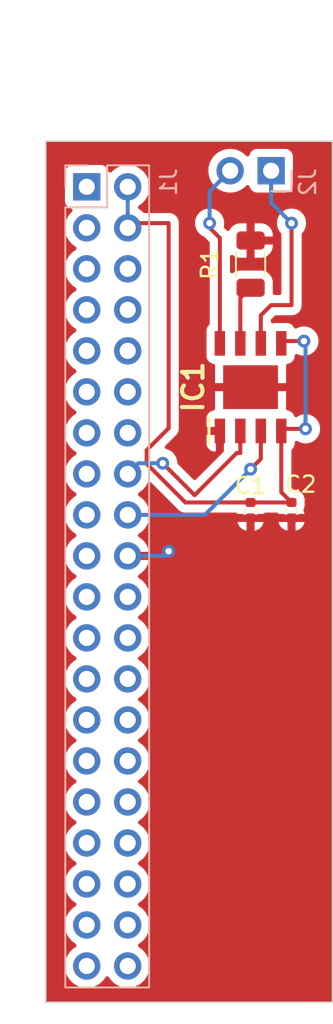
<source format=kicad_pcb>
(kicad_pcb (version 20221018) (generator pcbnew)
  (layers (0 "F.Cu" signal) (31 "B.Cu" signal) (34 "B.Paste" user) (35 "F.Paste" user) (36 "B.SilkS" user "B.Silkscreen") (37 "F.SilkS" user "F.Silkscreen") (38 "B.Mask" user) (39 "F.Mask" user) (44 "Edge.Cuts" user))
  (net 0 "")
  (net 1 "GND")
  (net 2 "/MOTOR_FORWARD")
  (net 3 "/MOTOR_BACKWARD")
  (net 4 "VCC")
  (net 5 "/MOTOR_F_OUT")
  (net 6 "Net-(IC1-ISEN)")
  (net 7 "/MOTOR_R_OUT")
  (footprint "Capacitor_SMD:C_0402_1005Metric" (layer "F.Cu") (at 40.64 49.53 -90)
    (fp_text reference "C1" (at -1.52456 0.007151 -180) (layer "F.SilkS"))
    (fp_text value "0.1μF")
    (fp_line (start -0.107836 -0.36) (end 0.107836 -0.36) (stroke (width 0.12)) (layer "F.SilkS"))
    (fp_line (start -0.107836 0.36) (end 0.107836 0.36) (stroke (width 0.12)) (layer "F.SilkS"))
    (pad "1" smd roundrect (at -0.48 0 270) (size 0.56 0.62) (layers "F.Cu" "F.Paste" "F.Mask") (net 4 "VCC"))
    (pad "2" smd roundrect (at 0.48 0 270) (size 0.56 0.62) (layers "F.Cu" "F.Paste" "F.Mask") (net 1 "GND"))
  )
  (footprint "Resistor_SMD:R_1206_3216Metric" (layer "F.Cu") (at 40.64 34.29 90)
    (fp_text reference "R1" (at 0 -2.54 90) (layer "F.SilkS"))
    (fp_text value "6.5Ω")
    (fp_line (start -0.727064 -0.91) (end 0.727064 -0.91) (stroke (width 0.12)) (layer "F.SilkS"))
    (fp_line (start -0.727064 0.91) (end 0.727064 0.91) (stroke (width 0.12)) (layer "F.SilkS"))
    (pad "1" smd roundrect (at -1.4625 0 90) (size 1.125 1.75) (layers "F.Cu" "F.Paste" "F.Mask") (roundrect_rratio 0.222222) (net 6 "Net-(IC1-ISEN)"))
    (pad "2" smd roundrect (at 1.4625 0 90) (size 1.125 1.75) (layers "F.Cu" "F.Paste" "F.Mask") (roundrect_rratio 0.222222) (net 1 "GND"))
  )
  (footprint "Capacitor_SMD:C_0402_1005Metric" (layer "F.Cu") (at 43.18 49.53 -90)
    (fp_text reference "C2" (at -1.601455 -0.563474 -180) (layer "F.SilkS"))
    (fp_text value "C_BULK")
    (fp_line (start -0.107836 -0.36) (end 0.107836 -0.36) (stroke (width 0.12)) (layer "F.SilkS"))
    (fp_line (start -0.107836 0.36) (end 0.107836 0.36) (stroke (width 0.12)) (layer "F.SilkS"))
    (pad "1" smd roundrect (at -0.48 0 270) (size 0.56 0.62) (layers "F.Cu" "F.Paste" "F.Mask") (net 4 "VCC"))
    (pad "2" smd roundrect (at 0.48 0 270) (size 0.56 0.62) (layers "F.Cu" "F.Paste" "F.Mask") (net 1 "GND"))
  )
  (footprint "KiCad:SOIC127P600X170-9N" (layer "F.Cu") (at 40.64 41.91 90)
    (fp_text reference "IC1" (at 0.010298 -3.556073 90) (layer "F.SilkS") (effects (font (size 1.27 1.27) (thickness 0.254))))
    (fp_text value "DRV8251DDAR" hide)
    (fp_line (start -3.475 -2.58) (end -1.95 -2.58) (stroke (width 0.2)) (layer "F.SilkS"))
    (pad "1" smd rect (at -2.712 -1.905 180) (size 0.65 1.525) (layers "F.Cu" "F.Paste" "F.Mask") (net 1 "GND"))
    (pad "2" smd rect (at -2.712 -0.635 180) (size 0.65 1.525) (layers "F.Cu" "F.Paste" "F.Mask") (net 2 "/MOTOR_FORWARD"))
    (pad "3" smd rect (at -2.712 0.635 180) (size 0.65 1.525) (layers "F.Cu" "F.Paste" "F.Mask") (net 3 "/MOTOR_BACKWARD"))
    (pad "4" smd rect (at -2.712 1.905 180) (size 0.65 1.525) (layers "F.Cu" "F.Paste" "F.Mask") (net 4 "VCC"))
    (pad "5" smd rect (at 2.712 1.905 180) (size 0.65 1.525) (layers "F.Cu" "F.Paste" "F.Mask") (net 4 "VCC"))
    (pad "6" smd rect (at 2.712 0.635 180) (size 0.65 1.525) (layers "F.Cu" "F.Paste" "F.Mask") (net 5 "/MOTOR_F_OUT"))
    (pad "7" smd rect (at 2.712 -0.635 180) (size 0.65 1.525) (layers "F.Cu" "F.Paste" "F.Mask") (net 6 "Net-(IC1-ISEN)"))
    (pad "8" smd rect (at 2.712 -1.905 180) (size 0.65 1.525) (layers "F.Cu" "F.Paste" "F.Mask") (net 7 "/MOTOR_R_OUT"))
    (pad "9" smd rect (at 0 0 90) (size 2.71 3.4) (layers "F.Cu" "F.Paste" "F.Mask") (net 1 "GND"))
  )
  (footprint "Library:CUSTOM_PIN_HEADER_01x02_J2" (layer "B.Cu") (at 41.915 28.505 90)
    (fp_text reference "J2" (at -0.705 2.27 270) (layer "B.SilkS") (effects (justify mirror)))
    (fp_text value "MOTOR_OUTPUT")
    (fp_line (start -1.27 0) (end -1.27 1.27) (stroke (width 0.12)) (layer "B.SilkS"))
    (fp_line (start -1.27 1.27) (end 0 1.27) (stroke (width 0.12)) (layer "B.SilkS"))
    (pad "1" thru_hole rect (at 0 0 90) (size 1.7 1.7) (drill 1) (layers "*.Cu" "*.Mask") (net 5 "/MOTOR_F_OUT"))
    (pad "2" thru_hole oval (at 0 -2.54 90) (size 1.7 1.7) (drill 1) (layers "*.Cu" "*.Mask") (net 7 "/MOTOR_R_OUT"))
  )
  (footprint "Connector_PinSocket_2.54mm:PinSocket_2x20_P2.54mm_Vertical" (layer "B.Cu") (at 30.48 29.5 180)
    (fp_text reference "J1" (at -5.08 0.29 270) (layer "B.SilkS") (effects (justify mirror)))
    (fp_text value "Raspberry_Pi_2_3")
    (fp_line (start -3.87 -49.59) (end 1.33 -49.59) (stroke (width 0.12)) (layer "B.SilkS"))
    (fp_line (start -3.87 1.33) (end -3.87 -49.59) (stroke (width 0.12)) (layer "B.SilkS"))
    (fp_line (start -3.87 1.33) (end -1.27 1.33) (stroke (width 0.12)) (layer "B.SilkS"))
    (fp_line (start -1.27 -1.27) (end 1.33 -1.27) (stroke (width 0.12)) (layer "B.SilkS"))
    (fp_line (start -1.27 1.33) (end -1.27 -1.27) (stroke (width 0.12)) (layer "B.SilkS"))
    (fp_line (start 0 1.33) (end 1.33 1.33) (stroke (width 0.12)) (layer "B.SilkS"))
    (fp_line (start 1.33 -1.27) (end 1.33 -49.59) (stroke (width 0.12)) (layer "B.SilkS"))
    (fp_line (start 1.33 1.33) (end 1.33 0) (stroke (width 0.12)) (layer "B.SilkS"))
    (pad "1" thru_hole rect (at 0 0 180) (size 1.7 1.7) (drill 1) (layers "*.Cu" "*.Mask"))
    (pad "2" thru_hole oval (at -2.54 0 180) (size 1.7 1.7) (drill 1) (layers "*.Cu" "*.Mask") (net 4 "VCC"))
    (pad "3" thru_hole oval (at 0 -2.54 180) (size 1.7 1.7) (drill 1) (layers "*.Cu" "*.Mask"))
    (pad "4" thru_hole oval (at -2.54 -2.54 180) (size 1.7 1.7) (drill 1) (layers "*.Cu" "*.Mask") (net 4 "VCC"))
    (pad "5" thru_hole oval (at 0 -5.08 180) (size 1.7 1.7) (drill 1) (layers "*.Cu" "*.Mask"))
    (pad "6" thru_hole oval (at -2.54 -5.08 180) (size 1.7 1.7) (drill 1) (layers "*.Cu" "*.Mask"))
    (pad "7" thru_hole oval (at 0 -7.62 180) (size 1.7 1.7) (drill 1) (layers "*.Cu" "*.Mask"))
    (pad "8" thru_hole oval (at -2.54 -7.62 180) (size 1.7 1.7) (drill 1) (layers "*.Cu" "*.Mask"))
    (pad "9" thru_hole oval (at 0 -10.16 180) (size 1.7 1.7) (drill 1) (layers "*.Cu" "*.Mask"))
    (pad "10" thru_hole oval (at -2.54 -10.16 180) (size 1.7 1.7) (drill 1) (layers "*.Cu" "*.Mask"))
    (pad "11" thru_hole oval (at 0 -12.7 180) (size 1.7 1.7) (drill 1) (layers "*.Cu" "*.Mask"))
    (pad "12" thru_hole oval (at -2.54 -12.7 180) (size 1.7 1.7) (drill 1) (layers "*.Cu" "*.Mask"))
    (pad "13" thru_hole oval (at 0 -15.24 180) (size 1.7 1.7) (drill 1) (layers "*.Cu" "*.Mask"))
    (pad "14" thru_hole oval (at -2.54 -15.24 180) (size 1.7 1.7) (drill 1) (layers "*.Cu" "*.Mask"))
    (pad "15" thru_hole oval (at 0 -17.78 180) (size 1.7 1.7) (drill 1) (layers "*.Cu" "*.Mask"))
    (pad "16" thru_hole oval (at -2.54 -17.78 180) (size 1.7 1.7) (drill 1) (layers "*.Cu" "*.Mask") (net 2 "/MOTOR_FORWARD"))
    (pad "17" thru_hole oval (at 0 -20.32 180) (size 1.7 1.7) (drill 1) (layers "*.Cu" "*.Mask"))
    (pad "18" thru_hole oval (at -2.54 -20.32 180) (size 1.7 1.7) (drill 1) (layers "*.Cu" "*.Mask") (net 3 "/MOTOR_BACKWARD"))
    (pad "19" thru_hole oval (at 0 -22.86 180) (size 1.7 1.7) (drill 1) (layers "*.Cu" "*.Mask"))
    (pad "20" thru_hole oval (at -2.54 -22.86 180) (size 1.7 1.7) (drill 1) (layers "*.Cu" "*.Mask") (net 1 "GND"))
    (pad "21" thru_hole oval (at 0 -25.4 180) (size 1.7 1.7) (drill 1) (layers "*.Cu" "*.Mask"))
    (pad "22" thru_hole oval (at -2.54 -25.4 180) (size 1.7 1.7) (drill 1) (layers "*.Cu" "*.Mask"))
    (pad "23" thru_hole oval (at 0 -27.94 180) (size 1.7 1.7) (drill 1) (layers "*.Cu" "*.Mask"))
    (pad "24" thru_hole oval (at -2.54 -27.94 180) (size 1.7 1.7) (drill 1) (layers "*.Cu" "*.Mask"))
    (pad "25" thru_hole oval (at 0 -30.48 180) (size 1.7 1.7) (drill 1) (layers "*.Cu" "*.Mask"))
    (pad "26" thru_hole oval (at -2.54 -30.48 180) (size 1.7 1.7) (drill 1) (layers "*.Cu" "*.Mask"))
    (pad "27" thru_hole oval (at 0 -33.02 180) (size 1.7 1.7) (drill 1) (layers "*.Cu" "*.Mask"))
    (pad "28" thru_hole oval (at -2.54 -33.02 180) (size 1.7 1.7) (drill 1) (layers "*.Cu" "*.Mask"))
    (pad "29" thru_hole oval (at 0 -35.56 180) (size 1.7 1.7) (drill 1) (layers "*.Cu" "*.Mask"))
    (pad "30" thru_hole oval (at -2.54 -35.56 180) (size 1.7 1.7) (drill 1) (layers "*.Cu" "*.Mask"))
    (pad "31" thru_hole oval (at 0 -38.1 180) (size 1.7 1.7) (drill 1) (layers "*.Cu" "*.Mask"))
    (pad "32" thru_hole oval (at -2.54 -38.1 180) (size 1.7 1.7) (drill 1) (layers "*.Cu" "*.Mask"))
    (pad "33" thru_hole oval (at 0 -40.64 180) (size 1.7 1.7) (drill 1) (layers "*.Cu" "*.Mask"))
    (pad "34" thru_hole oval (at -2.54 -40.64 180) (size 1.7 1.7) (drill 1) (layers "*.Cu" "*.Mask"))
    (pad "35" thru_hole oval (at 0 -43.18 180) (size 1.7 1.7) (drill 1) (layers "*.Cu" "*.Mask"))
    (pad "36" thru_hole oval (at -2.54 -43.18 180) (size 1.7 1.7) (drill 1) (layers "*.Cu" "*.Mask"))
    (pad "37" thru_hole oval (at 0 -45.72 180) (size 1.7 1.7) (drill 1) (layers "*.Cu" "*.Mask"))
    (pad "38" thru_hole oval (at -2.54 -45.72 180) (size 1.7 1.7) (drill 1) (layers "*.Cu" "*.Mask"))
    (pad "39" thru_hole oval (at 0 -48.26 180) (size 1.7 1.7) (drill 1) (layers "*.Cu" "*.Mask"))
    (pad "40" thru_hole oval (at -2.54 -48.26 180) (size 1.7 1.7) (drill 1) (layers "*.Cu" "*.Mask"))
  )
  (gr_rect (start 27.94 26.67) (end 45.72 80.01) (stroke (width 0.1)) (fill none) (layer "Edge.Cuts"))
  (via (at 35.56 52.07) (size 0.8) (drill 0.4) (layers "F.Cu" "B.Cu") (net 1))
  (segment (start 33.02 52.36) (end 35.27 52.36) (width 0.25) (layer "B.Cu") (net 1))
  (segment (start 35.27 52.36) (end 35.56 52.07) (width 0.25) (layer "B.Cu") (net 1))
  (segment (start 35.1927 46.6227) (end 37.17 48.6) (width 0.25) (layer "F.Cu") (net 2))
  (segment (start 39.7823 45.9877) (end 40.005 45.9877) (width 0.25) (layer "F.Cu") (net 2))
  (segment (start 40.005 44.622) (end 40.005 45.9877) (width 0.25) (layer "F.Cu") (net 2))
  (segment (start 37.17 48.6) (end 39.7823 45.9877) (width 0.25) (layer "F.Cu") (net 2))
  (via (at 35.1927 46.6227) (size 0.8) (drill 0.4) (layers "F.Cu" "B.Cu") (net 2))
  (segment (start 33.6773 46.6227) (end 33.02 47.28) (width 0.25) (layer "B.Cu") (net 2))
  (segment (start 35.1927 46.6227) (end 33.6773 46.6227) (width 0.25) (layer "B.Cu") (net 2))
  (segment (start 40.64 46.99) (end 41.275 46.355) (width 0.25) (layer "F.Cu") (net 3))
  (segment (start 41.275 46.355) (end 41.275 44.622) (width 0.25) (layer "F.Cu") (net 3))
  (via (at 40.64 46.99) (size 0.8) (drill 0.4) (layers "F.Cu" "B.Cu") (net 3))
  (segment (start 33.02 49.82) (end 37.81 49.82) (width 0.25) (layer "B.Cu") (net 3))
  (segment (start 37.81 49.82) (end 40.64 46.99) (width 0.25) (layer "B.Cu") (net 3))
  (segment (start 35.56 31.75) (end 33.02 31.75) (width 0.25) (layer "F.Cu") (net 4))
  (segment (start 40.64 49.05) (end 36.594695 49.05) (width 0.25) (layer "F.Cu") (net 4))
  (segment (start 35.56 44.45) (end 35.56 31.75) (width 0.25) (layer "F.Cu") (net 4))
  (segment (start 44.047369 44.490121) (end 42.676879 44.490121) (width 0.25) (layer "F.Cu") (net 4))
  (segment (start 34.195 45.815) (end 35.56 44.45) (width 0.25) (layer "F.Cu") (net 4))
  (segment (start 34.195 46.650305) (end 34.195 45.815) (width 0.25) (layer "F.Cu") (net 4))
  (segment (start 36.594695 49.05) (end 34.195 46.650305) (width 0.25) (layer "F.Cu") (net 4))
  (segment (start 42.688758 39.054242) (end 42.545 39.198) (width 0.25) (layer "F.Cu") (net 4))
  (segment (start 43.18 49.05) (end 40.64 49.05) (width 0.25) (layer "F.Cu") (net 4))
  (segment (start 43.948698 39.054242) (end 42.688758 39.054242) (width 0.25) (layer "F.Cu") (net 4))
  (segment (start 42.545 44.622) (end 42.545 48.415) (width 0.25) (layer "F.Cu") (net 4))
  (segment (start 42.676879 44.490121) (end 42.545 44.622) (width 0.25) (layer "F.Cu") (net 4))
  (segment (start 42.545 48.415) (end 43.18 49.05) (width 0.25) (layer "F.Cu") (net 4))
  (via (at 44.047369 44.490121) (size 0.8) (drill 0.4) (layers "F.Cu" "B.Cu") (net 4))
  (via (at 43.948698 39.054242) (size 0.8) (drill 0.4) (layers "F.Cu" "B.Cu") (net 4))
  (segment (start 33.02 29.5) (end 33.02 32.04) (width 0.25) (layer "B.Cu") (net 4))
  (segment (start 44.047369 39.152913) (end 44.047369 44.490121) (width 0.25) (layer "B.Cu") (net 4))
  (segment (start 43.948698 39.054242) (end 44.047369 39.152913) (width 0.25) (layer "B.Cu") (net 4))
  (segment (start 41.91 36.83) (end 43.18 36.83) (width 0.25) (layer "F.Cu") (net 5))
  (segment (start 43.18 31.75) (end 43.18 36.83) (width 0.25) (layer "F.Cu") (net 5))
  (segment (start 41.275 39.198) (end 41.275 37.465) (width 0.25) (layer "F.Cu") (net 5))
  (segment (start 41.275 37.465) (end 41.91 36.83) (width 0.25) (layer "F.Cu") (net 5))
  (via (at 43.18 31.75) (size 0.8) (drill 0.4) (layers "F.Cu" "B.Cu") (net 5))
  (segment (start 41.915 28.505) (end 41.915 30.485) (width 0.25) (layer "B.Cu") (net 5))
  (segment (start 41.915 30.485) (end 43.18 31.75) (width 0.25) (layer "B.Cu") (net 5))
  (segment (start 40.005 36.3875) (end 40.64 35.7525) (width 0.25) (layer "F.Cu") (net 6))
  (segment (start 40.005 39.198) (end 40.005 36.3875) (width 0.25) (layer "F.Cu") (net 6))
  (segment (start 38.1 31.75) (end 38.1 32.038173) (width 0.25) (layer "F.Cu") (net 7))
  (segment (start 38.1 32.038173) (end 38.735 32.673173) (width 0.25) (layer "F.Cu") (net 7))
  (segment (start 38.735 32.673173) (end 38.735 39.198) (width 0.25) (layer "F.Cu") (net 7))
  (via (at 38.1 31.75) (size 0.8) (drill 0.4) (layers "F.Cu" "B.Cu") (net 7))
  (segment (start 38.1 29.78) (end 38.1 31.75) (width 0.25) (layer "B.Cu") (net 7))
  (segment (start 39.375 28.505) (end 38.1 29.78) (width 0.25) (layer "B.Cu") (net 7))
  (zone (net 1) (net_name "GND") (layer "F.Cu") (connect_pads (clearance 0.5)) (min_thickness 0.25) (fill yes (thermal_gap 0.5) (thermal_bridge_width 0.5))
    (polygon (pts (xy 45.72 26.67) (xy 27.94 26.67) (xy 27.94 80.01) (xy 45.72 80.01)))
  )
)
</source>
